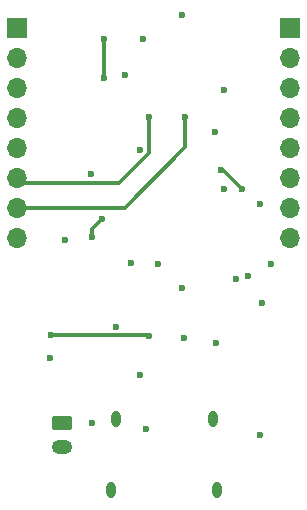
<source format=gbr>
%TF.GenerationSoftware,KiCad,Pcbnew,9.0.0*%
%TF.CreationDate,2025-05-10T20:39:51+02:00*%
%TF.ProjectId,ESP32CAM Shield,45535033-3243-4414-9d20-536869656c64,rev?*%
%TF.SameCoordinates,Original*%
%TF.FileFunction,Copper,L4,Bot*%
%TF.FilePolarity,Positive*%
%FSLAX46Y46*%
G04 Gerber Fmt 4.6, Leading zero omitted, Abs format (unit mm)*
G04 Created by KiCad (PCBNEW 9.0.0) date 2025-05-10 20:39:51*
%MOMM*%
%LPD*%
G01*
G04 APERTURE LIST*
G04 Aperture macros list*
%AMRoundRect*
0 Rectangle with rounded corners*
0 $1 Rounding radius*
0 $2 $3 $4 $5 $6 $7 $8 $9 X,Y pos of 4 corners*
0 Add a 4 corners polygon primitive as box body*
4,1,4,$2,$3,$4,$5,$6,$7,$8,$9,$2,$3,0*
0 Add four circle primitives for the rounded corners*
1,1,$1+$1,$2,$3*
1,1,$1+$1,$4,$5*
1,1,$1+$1,$6,$7*
1,1,$1+$1,$8,$9*
0 Add four rect primitives between the rounded corners*
20,1,$1+$1,$2,$3,$4,$5,0*
20,1,$1+$1,$4,$5,$6,$7,0*
20,1,$1+$1,$6,$7,$8,$9,0*
20,1,$1+$1,$8,$9,$2,$3,0*%
G04 Aperture macros list end*
%TA.AperFunction,ComponentPad*%
%ADD10RoundRect,0.250000X-0.625000X0.350000X-0.625000X-0.350000X0.625000X-0.350000X0.625000X0.350000X0*%
%TD*%
%TA.AperFunction,ComponentPad*%
%ADD11O,1.750000X1.200000*%
%TD*%
%TA.AperFunction,HeatsinkPad*%
%ADD12O,0.800000X1.400000*%
%TD*%
%TA.AperFunction,ComponentPad*%
%ADD13R,1.700000X1.700000*%
%TD*%
%TA.AperFunction,ComponentPad*%
%ADD14O,1.700000X1.700000*%
%TD*%
%TA.AperFunction,ViaPad*%
%ADD15C,0.600000*%
%TD*%
%TA.AperFunction,Conductor*%
%ADD16C,0.300000*%
%TD*%
G04 APERTURE END LIST*
D10*
%TO.P,J3,1,Pin_1*%
%TO.N,+BATT*%
X131064000Y-100616000D03*
D11*
%TO.P,J3,2,Pin_2*%
%TO.N,GND*%
X131064000Y-102616000D03*
%TD*%
D12*
%TO.P,J4,S1,SHIELD*%
%TO.N,GND*%
X135210000Y-106218000D03*
X135570000Y-100268000D03*
X143830000Y-100268000D03*
X144190000Y-106218000D03*
%TD*%
D13*
%TO.P,J2,1,Pin_1*%
%TO.N,+3.3V*%
X150317200Y-67106800D03*
D14*
%TO.P,J2,2,Pin_2*%
%TO.N,unconnected-(J2-Pin_2-Pad2)*%
X150317200Y-69646800D03*
%TO.P,J2,3,Pin_3*%
%TO.N,io00*%
X150317200Y-72186800D03*
%TO.P,J2,4,Pin_4*%
%TO.N,GND*%
X150317200Y-74726800D03*
%TO.P,J2,5,Pin_5*%
%TO.N,unconnected-(J2-Pin_5-Pad5)*%
X150317200Y-77266800D03*
%TO.P,J2,6,Pin_6*%
%TO.N,UART_USB_RX*%
X150317200Y-79806800D03*
%TO.P,J2,7,Pin_7*%
%TO.N,UART_USB_TX*%
X150317200Y-82346800D03*
%TO.P,J2,8,Pin_8*%
%TO.N,GND*%
X150317200Y-84886800D03*
%TD*%
D13*
%TO.P,J1,1,Pin_1*%
%TO.N,unconnected-(J1-Pin_1-Pad1)*%
X127254000Y-67106800D03*
D14*
%TO.P,J1,2,Pin_2*%
%TO.N,GND*%
X127254000Y-69646800D03*
%TO.P,J1,3,Pin_3*%
%TO.N,I2S_BCLK*%
X127254000Y-72186800D03*
%TO.P,J1,4,Pin_4*%
%TO.N,I2S_DATA*%
X127254000Y-74726800D03*
%TO.P,J1,5,Pin_5*%
%TO.N,I2S_WS*%
X127254000Y-77266800D03*
%TO.P,J1,6,Pin_6*%
%TO.N,I2C_SCL*%
X127254000Y-79806800D03*
%TO.P,J1,7,Pin_7*%
%TO.N,I2C_SDA*%
X127254000Y-82346800D03*
%TO.P,J1,8,Pin_8*%
%TO.N,unconnected-(J1-Pin_8-Pad8)*%
X127254000Y-84886800D03*
%TD*%
D15*
%TO.N,VBUS*%
X138176000Y-101092000D03*
X137668000Y-96520000D03*
%TO.N,GND*%
X135636000Y-92456000D03*
X136906000Y-86995000D03*
X144100900Y-93778834D03*
X137629889Y-77495727D03*
X147828000Y-101600000D03*
X148751468Y-87082303D03*
X145764465Y-88370168D03*
X144780000Y-72390000D03*
X130004138Y-95070565D03*
X133477000Y-79502000D03*
X137922000Y-68072000D03*
X141224000Y-89154000D03*
X141224000Y-66040000D03*
X144780000Y-80772000D03*
X136398000Y-71120000D03*
X144018000Y-75946000D03*
X133604000Y-100584000D03*
X147955000Y-90424000D03*
X141351000Y-93345000D03*
%TO.N,+3.3V*%
X134620000Y-71374000D03*
X134620000Y-68072000D03*
%TO.N,VBUS*%
X139192000Y-87122000D03*
X131318000Y-85090000D03*
X147828000Y-82042000D03*
X146812000Y-88138000D03*
%TO.N,I2C_SDA*%
X141478000Y-74676000D03*
%TO.N,I2C_SCL*%
X138430000Y-74676000D03*
%TO.N,Net-(U4-OC)*%
X133604000Y-84836000D03*
X134432000Y-83312000D03*
%TO.N,Net-(D1-K)*%
X130104753Y-93117964D03*
X138430000Y-93218000D03*
%TO.N,UART_USB_TX*%
X144526000Y-79156800D03*
X146304000Y-80772000D03*
%TD*%
D16*
%TO.N,+3.3V*%
X134620000Y-68072000D02*
X134620000Y-71374000D01*
%TO.N,I2C_SDA*%
X136347200Y-82346800D02*
X127254000Y-82346800D01*
X141478000Y-74676000D02*
X141478000Y-77216000D01*
X141478000Y-77216000D02*
X136347200Y-82346800D01*
%TO.N,I2C_SCL*%
X127711200Y-80264000D02*
X127254000Y-79806800D01*
X138430000Y-77724000D02*
X135890000Y-80264000D01*
X138430000Y-74676000D02*
X138430000Y-77724000D01*
X135890000Y-80264000D02*
X127711200Y-80264000D01*
%TO.N,Net-(U4-OC)*%
X133604000Y-84140000D02*
X134432000Y-83312000D01*
X133604000Y-84836000D02*
X133604000Y-84140000D01*
%TO.N,Net-(D1-K)*%
X138329964Y-93117964D02*
X138430000Y-93218000D01*
X130104753Y-93117964D02*
X138329964Y-93117964D01*
%TO.N,UART_USB_TX*%
X144688800Y-79156800D02*
X146304000Y-80772000D01*
X144526000Y-79156800D02*
X144688800Y-79156800D01*
%TD*%
M02*

</source>
